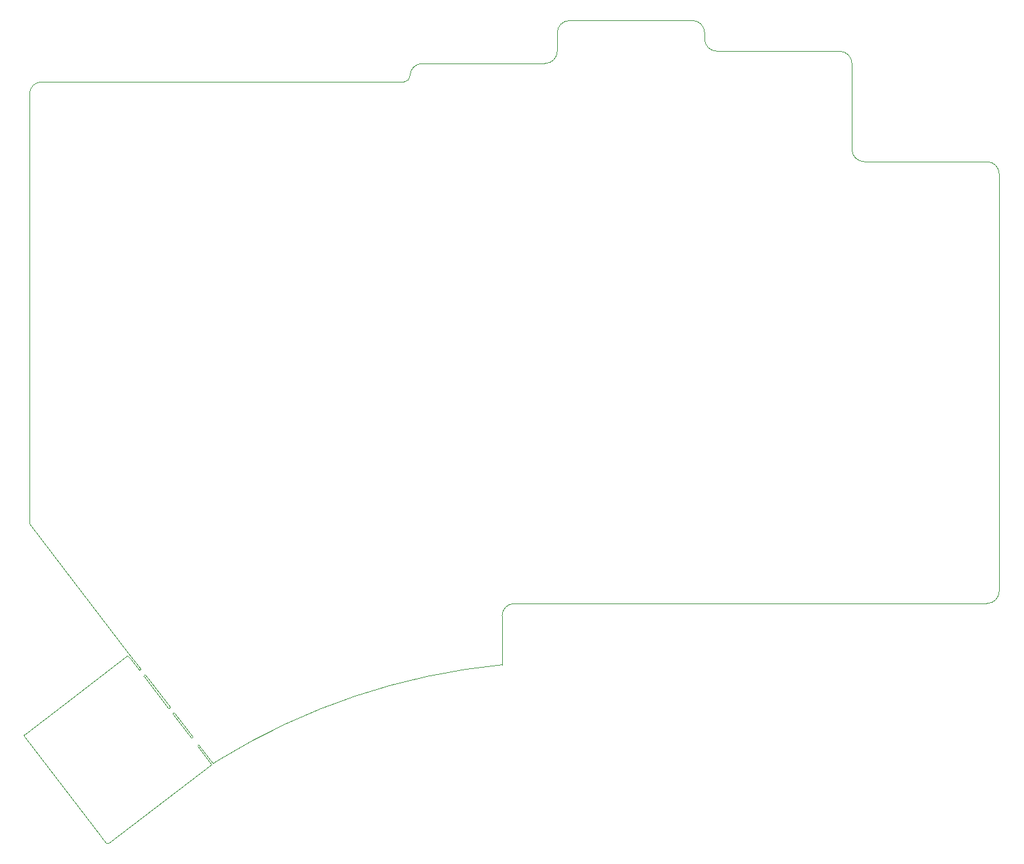
<source format=gbr>
%TF.GenerationSoftware,KiCad,Pcbnew,(5.1.7)-1*%
%TF.CreationDate,2021-07-11T12:46:22+05:30*%
%TF.ProjectId,Pankh,50616e6b-682e-46b6-9963-61645f706362,rev?*%
%TF.SameCoordinates,Original*%
%TF.FileFunction,Profile,NP*%
%FSLAX46Y46*%
G04 Gerber Fmt 4.6, Leading zero omitted, Abs format (unit mm)*
G04 Created by KiCad (PCBNEW (5.1.7)-1) date 2021-07-11 12:46:22*
%MOMM*%
%LPD*%
G01*
G04 APERTURE LIST*
%TA.AperFunction,Profile*%
%ADD10C,0.050000*%
%TD*%
G04 APERTURE END LIST*
D10*
X108759316Y-131176685D02*
X105589496Y-127045694D01*
X90580000Y-107470000D02*
X94921015Y-113111751D01*
X90581222Y-51900148D02*
X90580000Y-107470000D01*
X103397568Y-124179266D02*
X94921015Y-113111751D01*
X151698724Y-125713898D02*
X151699972Y-119368898D01*
X114393288Y-138449266D02*
X114325831Y-138431110D01*
X103397568Y-124179266D02*
X104970995Y-126239647D01*
X100468406Y-148744124D02*
X99927220Y-148038834D01*
X100824545Y-148791011D02*
G75*
G02*
X100468406Y-148744124I-154626J201513D01*
G01*
X114124319Y-138585735D02*
X100824545Y-148791011D01*
X99695279Y-147736566D02*
X99927220Y-148038834D01*
X89953880Y-135041325D02*
X99695279Y-147736566D01*
X89953880Y-135041327D02*
G75*
G02*
X90000765Y-134685188I201512J154627D01*
G01*
X95038560Y-130819554D02*
X90000765Y-134685188D01*
X103455167Y-124681423D02*
X103687105Y-124983692D01*
X102897518Y-124789162D02*
X103099030Y-124634538D01*
X103099030Y-124634536D02*
G75*
G02*
X103455167Y-124681423I154625J-201512D01*
G01*
X95038560Y-130819554D02*
X102897518Y-124789162D01*
X104769483Y-126394273D02*
X103687105Y-124983692D01*
X104970995Y-126239647D02*
G75*
G02*
X104769483Y-126394273I-100756J-77313D01*
G01*
X105387986Y-127200318D02*
G75*
G02*
X105589496Y-127045694I100755J77312D01*
G01*
X108557804Y-131331311D02*
X105387984Y-127200320D01*
X112346128Y-136268349D02*
X114124319Y-138585735D01*
X109377818Y-131982734D02*
X111697199Y-135005410D01*
X109176307Y-132137359D02*
X111495688Y-135160034D01*
X108759316Y-131176685D02*
G75*
G02*
X108557804Y-131331311I-100756J-77313D01*
G01*
X109176308Y-132137356D02*
G75*
G02*
X109377818Y-131982734I100755J77311D01*
G01*
X111697198Y-135005412D02*
G75*
G02*
X111495688Y-135160034I-100755J-77311D01*
G01*
X112346126Y-136268350D02*
G75*
G02*
X112547640Y-136113722I100757J77314D01*
G01*
X114325831Y-138431110D02*
X112547640Y-136113722D01*
X114393288Y-138449266D02*
G75*
G02*
X115190275Y-137953220I45555435J-72304631D01*
G01*
X115190274Y-137953220D02*
G75*
G02*
X151698724Y-125713898I44678450J-72700679D01*
G01*
X90581222Y-51900148D02*
G75*
G02*
X92168723Y-50312649I1587500J-1D01*
G01*
X138999972Y-50312647D02*
X92168723Y-50312649D01*
X139793721Y-49518900D02*
G75*
G02*
X138999972Y-50312647I-793748J1D01*
G01*
X196943723Y-47931399D02*
X196943723Y-59043899D01*
X179481223Y-46343898D02*
X195356223Y-46343897D01*
X177893723Y-43962646D02*
X177893723Y-44756397D01*
X160431223Y-42375146D02*
X176306224Y-42375148D01*
X158843722Y-43962649D02*
X158843723Y-46343897D01*
X141381222Y-47931398D02*
X157256223Y-47931397D01*
X139793724Y-49518898D02*
G75*
G02*
X141381222Y-47931398I1587499J1D01*
G01*
X158843723Y-46343899D02*
G75*
G02*
X157256223Y-47931397I-1587499J1D01*
G01*
X158843722Y-43962649D02*
G75*
G02*
X160431223Y-42375146I1587502J1D01*
G01*
X176306223Y-42375150D02*
G75*
G02*
X177893723Y-43962646I2J-1587498D01*
G01*
X179481221Y-46343897D02*
G75*
G02*
X177893723Y-44756397I1J1587499D01*
G01*
X195356223Y-46343899D02*
G75*
G02*
X196943723Y-47931399I0J-1587500D01*
G01*
X198531222Y-60631396D02*
G75*
G02*
X196943723Y-59043899I-1J1587498D01*
G01*
X198531224Y-60631398D02*
X214406222Y-60631397D01*
X215993724Y-62218898D02*
X215993724Y-116193898D01*
X214406221Y-60631397D02*
G75*
G02*
X215993724Y-62218898I1J-1587502D01*
G01*
X215993725Y-116193896D02*
G75*
G02*
X214406223Y-117781398I-1587502J0D01*
G01*
X151699973Y-119368897D02*
G75*
G02*
X153287473Y-117781397I1587500J0D01*
G01*
X214406223Y-117781398D02*
X153287473Y-117781397D01*
M02*

</source>
